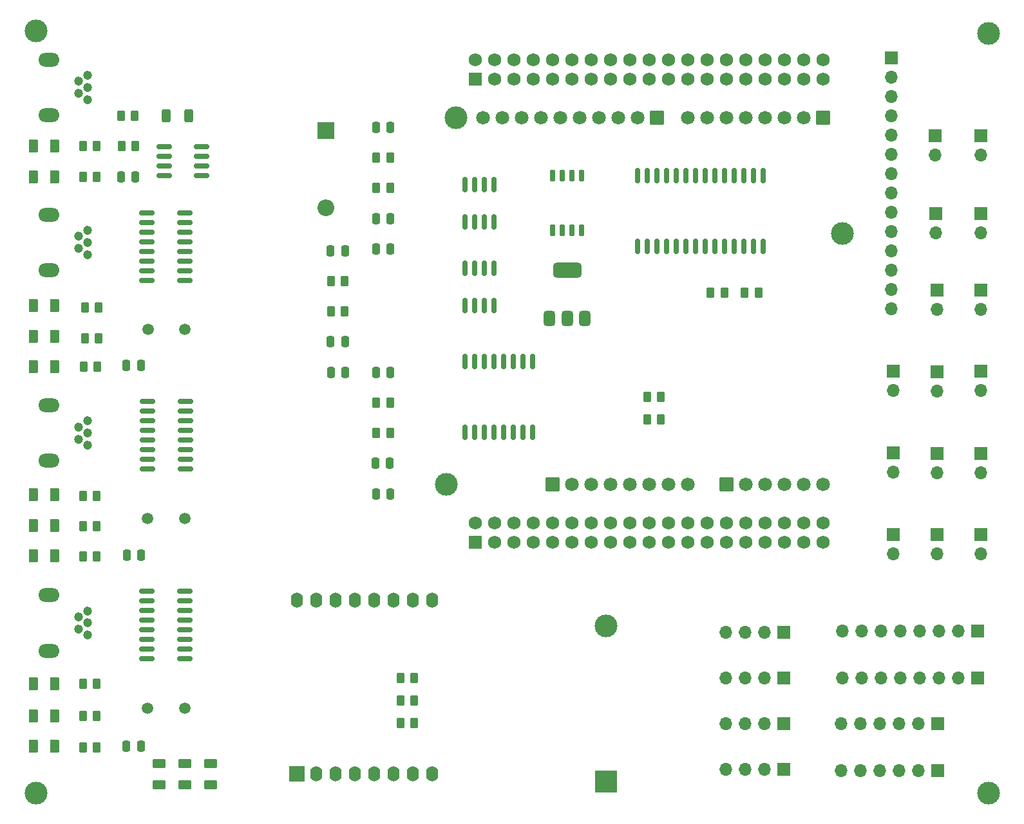
<source format=gbr>
%TF.GenerationSoftware,KiCad,Pcbnew,8.0.8*%
%TF.CreationDate,2025-04-05T02:10:51+02:00*%
%TF.ProjectId,mb02a1,6d623032-6131-42e6-9b69-6361645f7063,rev?*%
%TF.SameCoordinates,Original*%
%TF.FileFunction,Soldermask,Top*%
%TF.FilePolarity,Negative*%
%FSLAX46Y46*%
G04 Gerber Fmt 4.6, Leading zero omitted, Abs format (unit mm)*
G04 Created by KiCad (PCBNEW 8.0.8) date 2025-04-05 02:10:51*
%MOMM*%
%LPD*%
G01*
G04 APERTURE LIST*
G04 Aperture macros list*
%AMRoundRect*
0 Rectangle with rounded corners*
0 $1 Rounding radius*
0 $2 $3 $4 $5 $6 $7 $8 $9 X,Y pos of 4 corners*
0 Add a 4 corners polygon primitive as box body*
4,1,4,$2,$3,$4,$5,$6,$7,$8,$9,$2,$3,0*
0 Add four circle primitives for the rounded corners*
1,1,$1+$1,$2,$3*
1,1,$1+$1,$4,$5*
1,1,$1+$1,$6,$7*
1,1,$1+$1,$8,$9*
0 Add four rect primitives between the rounded corners*
20,1,$1+$1,$2,$3,$4,$5,0*
20,1,$1+$1,$4,$5,$6,$7,0*
20,1,$1+$1,$6,$7,$8,$9,0*
20,1,$1+$1,$8,$9,$2,$3,0*%
G04 Aperture macros list end*
%ADD10C,3.000000*%
%ADD11R,3.000000X3.000000*%
%ADD12RoundRect,0.150000X-0.825000X-0.150000X0.825000X-0.150000X0.825000X0.150000X-0.825000X0.150000X0*%
%ADD13R,1.700000X1.700000*%
%ADD14O,1.700000X1.700000*%
%ADD15R,2.000000X2.000000*%
%ADD16O,1.600000X2.000000*%
%ADD17RoundRect,0.250000X-0.250000X-0.475000X0.250000X-0.475000X0.250000X0.475000X-0.250000X0.475000X0*%
%ADD18O,2.000000X1.000000*%
%ADD19C,1.193800*%
%ADD20O,2.794000X1.803400*%
%ADD21RoundRect,0.250000X-0.262500X-0.450000X0.262500X-0.450000X0.262500X0.450000X-0.262500X0.450000X0*%
%ADD22RoundRect,0.150000X0.150000X-0.875000X0.150000X0.875000X-0.150000X0.875000X-0.150000X-0.875000X0*%
%ADD23RoundRect,0.250000X-0.375000X-0.625000X0.375000X-0.625000X0.375000X0.625000X-0.375000X0.625000X0*%
%ADD24RoundRect,0.250000X0.625000X-0.375000X0.625000X0.375000X-0.625000X0.375000X-0.625000X-0.375000X0*%
%ADD25C,1.500000*%
%ADD26RoundRect,0.250000X-0.312500X-0.625000X0.312500X-0.625000X0.312500X0.625000X-0.312500X0.625000X0*%
%ADD27RoundRect,0.150000X0.150000X-0.825000X0.150000X0.825000X-0.150000X0.825000X-0.150000X-0.825000X0*%
%ADD28RoundRect,0.150000X0.150000X-0.650000X0.150000X0.650000X-0.150000X0.650000X-0.150000X-0.650000X0*%
%ADD29R,2.200000X2.200000*%
%ADD30O,2.200000X2.200000*%
%ADD31RoundRect,0.102000X0.802500X-0.802500X0.802500X0.802500X-0.802500X0.802500X-0.802500X-0.802500X0*%
%ADD32C,1.809000*%
%ADD33RoundRect,0.102000X0.765000X-0.765000X0.765000X0.765000X-0.765000X0.765000X-0.765000X-0.765000X0*%
%ADD34C,1.734000*%
%ADD35RoundRect,0.375000X0.375000X-0.625000X0.375000X0.625000X-0.375000X0.625000X-0.375000X-0.625000X0*%
%ADD36RoundRect,0.500000X1.400000X-0.500000X1.400000X0.500000X-1.400000X0.500000X-1.400000X-0.500000X0*%
G04 APERTURE END LIST*
D10*
%TO.C,*%
X80500000Y-49700000D03*
%TD*%
%TO.C,*%
X80500000Y-150000000D03*
%TD*%
%TO.C,*%
X205750000Y-150000000D03*
%TD*%
%TO.C,*%
X205750000Y-50000000D03*
%TD*%
D11*
%TO.C,B1*%
X155500000Y-148500000D03*
D10*
X155500000Y-128010000D03*
%TD*%
D12*
%TO.C,U4*%
X95125000Y-123425000D03*
X95125000Y-124695000D03*
X95125000Y-125965000D03*
X95125000Y-127235000D03*
X95125000Y-128505000D03*
X95125000Y-129775000D03*
X95125000Y-131045000D03*
X95125000Y-132315000D03*
X100075000Y-132315000D03*
X100075000Y-131045000D03*
X100075000Y-129775000D03*
X100075000Y-128505000D03*
X100075000Y-127235000D03*
X100075000Y-125965000D03*
X100075000Y-124695000D03*
X100075000Y-123425000D03*
%TD*%
D13*
%TO.C,PWR5V.2*%
X199000000Y-94540000D03*
D14*
X199000000Y-97080000D03*
%TD*%
%TO.C,I2C1.2*%
X171230000Y-134870000D03*
X173770000Y-134870000D03*
X176310000Y-134870000D03*
D13*
X178850000Y-134870000D03*
%TD*%
D15*
%TO.C,U10*%
X114840000Y-147500000D03*
D16*
X117380000Y-147500000D03*
X119920000Y-147500000D03*
X122460000Y-147500000D03*
X125000000Y-147500000D03*
X127540000Y-147500000D03*
X130080000Y-147500000D03*
X132620000Y-147500000D03*
X132620000Y-124640000D03*
X130080000Y-124640000D03*
X127540000Y-124640000D03*
X125000000Y-124640000D03*
X122460000Y-124640000D03*
X119920000Y-124640000D03*
X117380000Y-124640000D03*
X114840000Y-124640000D03*
%TD*%
D17*
%TO.C,C11*%
X125200000Y-62370000D03*
X127100000Y-62370000D03*
%TD*%
D18*
%TO.C,J4*%
X82290900Y-123923100D03*
X82290900Y-131273100D03*
D19*
X87290900Y-126023100D03*
X86090900Y-126823099D03*
X87290900Y-127623100D03*
X86090900Y-128423101D03*
X87290900Y-129223099D03*
D20*
X82240900Y-123973099D03*
X82240900Y-131273100D03*
%TD*%
D17*
%TO.C,C12*%
X119237500Y-78620000D03*
X121137500Y-78620000D03*
%TD*%
D13*
%TO.C,SPI2.2*%
X199090000Y-147020000D03*
D14*
X196550000Y-147020000D03*
X194010000Y-147020000D03*
X191470000Y-147020000D03*
X188930000Y-147020000D03*
X186390000Y-147020000D03*
%TD*%
D21*
%TO.C,R5*%
X125237500Y-66370000D03*
X127062500Y-66370000D03*
%TD*%
D22*
%TO.C,U12*%
X159595000Y-78020000D03*
X160865000Y-78020000D03*
X162135000Y-78020000D03*
X163405000Y-78020000D03*
X164675000Y-78020000D03*
X165945000Y-78020000D03*
X167215000Y-78020000D03*
X168485000Y-78020000D03*
X169755000Y-78020000D03*
X171025000Y-78020000D03*
X172295000Y-78020000D03*
X173565000Y-78020000D03*
X174835000Y-78020000D03*
X176105000Y-78020000D03*
X176105000Y-68720000D03*
X174835000Y-68720000D03*
X173565000Y-68720000D03*
X172295000Y-68720000D03*
X171025000Y-68720000D03*
X169755000Y-68720000D03*
X168485000Y-68720000D03*
X167215000Y-68720000D03*
X165945000Y-68720000D03*
X164675000Y-68720000D03*
X163405000Y-68720000D03*
X162135000Y-68720000D03*
X160865000Y-68720000D03*
X159595000Y-68720000D03*
%TD*%
D21*
%TO.C,R20*%
X160842500Y-97845000D03*
X162667500Y-97845000D03*
%TD*%
%TO.C,R2*%
X91687500Y-60870000D03*
X93512500Y-60870000D03*
%TD*%
%TO.C,R10*%
X125237500Y-102620000D03*
X127062500Y-102620000D03*
%TD*%
D17*
%TO.C,C5*%
X92425000Y-93695000D03*
X94325000Y-93695000D03*
%TD*%
%TO.C,C2*%
X125200000Y-78370000D03*
X127100000Y-78370000D03*
%TD*%
D13*
%TO.C,PWR3V3.1*%
X193200000Y-105235000D03*
D14*
X193200000Y-107775000D03*
%TD*%
D13*
%TO.C,PWM.2*%
X199000000Y-116000000D03*
D14*
X199000000Y-118540000D03*
%TD*%
D18*
%TO.C,J1*%
X82290900Y-53423100D03*
X82290900Y-60773100D03*
D19*
X87290900Y-55523100D03*
X86090900Y-56323099D03*
X87290900Y-57123100D03*
X86090900Y-57923101D03*
X87290900Y-58723099D03*
D20*
X82240900Y-53473099D03*
X82240900Y-60773100D03*
%TD*%
D17*
%TO.C,C4*%
X125200000Y-110620000D03*
X127100000Y-110620000D03*
%TD*%
D23*
%TO.C,D1*%
X80200000Y-68870000D03*
X83000000Y-68870000D03*
%TD*%
D21*
%TO.C,R24*%
X128430000Y-134895000D03*
X130255000Y-134895000D03*
%TD*%
D13*
%TO.C,PWR3V3.3*%
X204750000Y-105275000D03*
D14*
X204750000Y-107815000D03*
%TD*%
D24*
%TO.C,D14*%
X100110000Y-148900000D03*
X100110000Y-146100000D03*
%TD*%
D25*
%TO.C,X2*%
X95220000Y-113870000D03*
X100100000Y-113870000D03*
%TD*%
D13*
%TO.C,DISPLAY1*%
X193000000Y-53255000D03*
D14*
X193000000Y-55795000D03*
X193000000Y-58335000D03*
X193000000Y-60875000D03*
X193000000Y-63415000D03*
X193000000Y-65955000D03*
X193000000Y-68495000D03*
X193000000Y-71035000D03*
X193000000Y-73575000D03*
X193000000Y-76115000D03*
X193000000Y-78655000D03*
X193000000Y-81195000D03*
X193000000Y-83735000D03*
X193000000Y-86275000D03*
%TD*%
D12*
%TO.C,U2*%
X95125000Y-73675000D03*
X95125000Y-74945000D03*
X95125000Y-76215000D03*
X95125000Y-77485000D03*
X95125000Y-78755000D03*
X95125000Y-80025000D03*
X95125000Y-81295000D03*
X95125000Y-82565000D03*
X100075000Y-82565000D03*
X100075000Y-81295000D03*
X100075000Y-80025000D03*
X100075000Y-78755000D03*
X100075000Y-77485000D03*
X100075000Y-76215000D03*
X100075000Y-74945000D03*
X100075000Y-73675000D03*
%TD*%
D23*
%TO.C,D7*%
X80200000Y-89870000D03*
X83000000Y-89870000D03*
%TD*%
%TO.C,D9*%
X80200000Y-139870000D03*
X83000000Y-139870000D03*
%TD*%
D17*
%TO.C,C3*%
X119287500Y-94620000D03*
X121187500Y-94620000D03*
%TD*%
D13*
%TO.C,PWR3V3.2*%
X199000000Y-105275000D03*
D14*
X199000000Y-107815000D03*
%TD*%
D13*
%TO.C,DAC.1*%
X198750000Y-63525000D03*
D14*
X198750000Y-66065000D03*
%TD*%
D12*
%TO.C,U3*%
X95195000Y-98425000D03*
X95195000Y-99695000D03*
X95195000Y-100965000D03*
X95195000Y-102235000D03*
X95195000Y-103505000D03*
X95195000Y-104775000D03*
X95195000Y-106045000D03*
X95195000Y-107315000D03*
X100145000Y-107315000D03*
X100145000Y-106045000D03*
X100145000Y-104775000D03*
X100145000Y-103505000D03*
X100145000Y-102235000D03*
X100145000Y-100965000D03*
X100145000Y-99695000D03*
X100145000Y-98425000D03*
%TD*%
D13*
%TO.C,EXTI.2*%
X198850000Y-73750000D03*
D14*
X198850000Y-76290000D03*
%TD*%
D13*
%TO.C,EXIO.2*%
X204330000Y-134870000D03*
D14*
X201790000Y-134870000D03*
X199250000Y-134870000D03*
X196710000Y-134870000D03*
X194170000Y-134870000D03*
X191630000Y-134870000D03*
X189090000Y-134870000D03*
X186550000Y-134870000D03*
%TD*%
D21*
%TO.C,R14*%
X86775000Y-93870000D03*
X88600000Y-93870000D03*
%TD*%
D13*
%TO.C,EXTI.3*%
X204750000Y-73750000D03*
D14*
X204750000Y-76290000D03*
%TD*%
D23*
%TO.C,D3*%
X80200000Y-64870000D03*
X83000000Y-64870000D03*
%TD*%
D18*
%TO.C,J2*%
X82290900Y-73820000D03*
X82290900Y-81170000D03*
D19*
X87290900Y-75920000D03*
X86090900Y-76719999D03*
X87290900Y-77520000D03*
X86090900Y-78320001D03*
X87290900Y-79119999D03*
D20*
X82240900Y-73869999D03*
X82240900Y-81170000D03*
%TD*%
D26*
%TO.C,F1*%
X97637500Y-60870000D03*
X100562500Y-60870000D03*
%TD*%
D12*
%TO.C,U1*%
X97375000Y-64965000D03*
X97375000Y-66235000D03*
X97375000Y-67505000D03*
X97375000Y-68775000D03*
X102325000Y-68775000D03*
X102325000Y-67505000D03*
X102325000Y-66235000D03*
X102325000Y-64965000D03*
%TD*%
D21*
%TO.C,R1*%
X86687500Y-68870000D03*
X88512500Y-68870000D03*
%TD*%
%TO.C,R19*%
X86687500Y-135620000D03*
X88512500Y-135620000D03*
%TD*%
D17*
%TO.C,C9*%
X119237500Y-90620000D03*
X121137500Y-90620000D03*
%TD*%
D13*
%TO.C,PWR5V.1*%
X193200000Y-94500000D03*
D14*
X193200000Y-97040000D03*
%TD*%
D13*
%TO.C,EXIO.1*%
X204330000Y-128720000D03*
D14*
X201790000Y-128720000D03*
X199250000Y-128720000D03*
X196710000Y-128720000D03*
X194170000Y-128720000D03*
X191630000Y-128720000D03*
X189090000Y-128720000D03*
X186550000Y-128720000D03*
%TD*%
D13*
%TO.C,I2C1.4*%
X178850000Y-146870000D03*
D14*
X176310000Y-146870000D03*
X173770000Y-146870000D03*
X171230000Y-146870000D03*
%TD*%
D13*
%TO.C,EXTI.1*%
X204750000Y-63525000D03*
D14*
X204750000Y-66065000D03*
%TD*%
D17*
%TO.C,C8*%
X125200000Y-74370000D03*
X127100000Y-74370000D03*
%TD*%
D13*
%TO.C,PWM.3*%
X204750000Y-116025000D03*
D14*
X204750000Y-118565000D03*
%TD*%
D17*
%TO.C,C6*%
X92470000Y-118723100D03*
X94370000Y-118723100D03*
%TD*%
D21*
%TO.C,R21*%
X160842500Y-100795000D03*
X162667500Y-100795000D03*
%TD*%
D17*
%TO.C,C1*%
X91700000Y-68870000D03*
X93600000Y-68870000D03*
%TD*%
D23*
%TO.C,D4*%
X80200000Y-85870000D03*
X83000000Y-85870000D03*
%TD*%
D21*
%TO.C,R22*%
X169187500Y-84120000D03*
X171012500Y-84120000D03*
%TD*%
D27*
%TO.C,U7*%
X136945000Y-74845000D03*
X138215000Y-74845000D03*
X139485000Y-74845000D03*
X140755000Y-74845000D03*
X140755000Y-69895000D03*
X139485000Y-69895000D03*
X138215000Y-69895000D03*
X136945000Y-69895000D03*
%TD*%
D23*
%TO.C,D11*%
X80200000Y-118766900D03*
X83000000Y-118766900D03*
%TD*%
D21*
%TO.C,R26*%
X128430000Y-140795000D03*
X130255000Y-140795000D03*
%TD*%
D28*
%TO.C,U6*%
X148445000Y-75970000D03*
X149715000Y-75970000D03*
X150985000Y-75970000D03*
X152255000Y-75970000D03*
X152255000Y-68770000D03*
X150985000Y-68770000D03*
X149715000Y-68770000D03*
X148445000Y-68770000D03*
%TD*%
D21*
%TO.C,R11*%
X86937500Y-90120000D03*
X88762500Y-90120000D03*
%TD*%
%TO.C,R15*%
X86687500Y-118870000D03*
X88512500Y-118870000D03*
%TD*%
%TO.C,R3*%
X91775000Y-64870000D03*
X93600000Y-64870000D03*
%TD*%
D29*
%TO.C,D2*%
X118600000Y-62790000D03*
D30*
X118600000Y-72950000D03*
%TD*%
D25*
%TO.C,X1*%
X95245000Y-88945000D03*
X100125000Y-88945000D03*
%TD*%
D13*
%TO.C,I2C1.1*%
X178850000Y-128870000D03*
D14*
X176310000Y-128870000D03*
X173770000Y-128870000D03*
X171230000Y-128870000D03*
%TD*%
D23*
%TO.C,D5*%
X80200000Y-110766900D03*
X83000000Y-110766900D03*
%TD*%
D25*
%TO.C,X3*%
X95175000Y-138870000D03*
X100055000Y-138870000D03*
%TD*%
D13*
%TO.C,ADC.1*%
X199000000Y-83775000D03*
D14*
X199000000Y-86315000D03*
%TD*%
D13*
%TO.C,ADC.2*%
X204750000Y-83775000D03*
D14*
X204750000Y-86315000D03*
%TD*%
D21*
%TO.C,R23*%
X173687500Y-84120000D03*
X175512500Y-84120000D03*
%TD*%
D23*
%TO.C,D8*%
X80200000Y-114766900D03*
X83000000Y-114766900D03*
%TD*%
%TO.C,D12*%
X80200000Y-143870000D03*
X83000000Y-143870000D03*
%TD*%
D21*
%TO.C,R8*%
X119275000Y-86620000D03*
X121100000Y-86620000D03*
%TD*%
D13*
%TO.C,PWM.1*%
X193250000Y-116000000D03*
D14*
X193250000Y-118540000D03*
%TD*%
D23*
%TO.C,D10*%
X80200000Y-93870000D03*
X83000000Y-93870000D03*
%TD*%
D27*
%TO.C,U8*%
X136945000Y-85845000D03*
X138215000Y-85845000D03*
X139485000Y-85845000D03*
X140755000Y-85845000D03*
X140755000Y-80895000D03*
X139485000Y-80895000D03*
X138215000Y-80895000D03*
X136945000Y-80895000D03*
%TD*%
D21*
%TO.C,R4*%
X86687500Y-64870000D03*
X88512500Y-64870000D03*
%TD*%
D10*
%TO.C,U9*%
X134440000Y-109380000D03*
X186510000Y-76360000D03*
X135710000Y-61120000D03*
D31*
X162130000Y-61120000D03*
D32*
X159590000Y-61120000D03*
X157050000Y-61120000D03*
X154510000Y-61120000D03*
X151970000Y-61120000D03*
X149430000Y-61120000D03*
X146890000Y-61120000D03*
X144350000Y-61120000D03*
X141810000Y-61120000D03*
X139270000Y-61120000D03*
D31*
X148410000Y-109380000D03*
D32*
X150950000Y-109380000D03*
X153490000Y-109380000D03*
X156030000Y-109380000D03*
X158570000Y-109380000D03*
X161110000Y-109380000D03*
X163650000Y-109380000D03*
X166190000Y-109380000D03*
D33*
X138250000Y-117000000D03*
D34*
X138250000Y-114460000D03*
X140790000Y-117000000D03*
X140790000Y-114460000D03*
X143330000Y-117000000D03*
X143330000Y-114460000D03*
X145870000Y-117000000D03*
X145870000Y-114460000D03*
X148410000Y-117000000D03*
X148410000Y-114460000D03*
X150950000Y-117000000D03*
X150950000Y-114460000D03*
X153490000Y-117000000D03*
X153490000Y-114460000D03*
X156030000Y-117000000D03*
X156030000Y-114460000D03*
X158570000Y-117000000D03*
X158570000Y-114460000D03*
X161110000Y-117000000D03*
X161110000Y-114460000D03*
X163650000Y-117000000D03*
X163650000Y-114460000D03*
X166190000Y-117000000D03*
X166190000Y-114460000D03*
X168730000Y-117000000D03*
X168730000Y-114460000D03*
X171270000Y-117000000D03*
X171270000Y-114460000D03*
X173810000Y-117000000D03*
X173810000Y-114460000D03*
X176350000Y-117000000D03*
X176350000Y-114460000D03*
X178890000Y-117000000D03*
X178890000Y-114460000D03*
X181430000Y-117000000D03*
X181430000Y-114460000D03*
X183970000Y-117000000D03*
X183970000Y-114460000D03*
D31*
X171270000Y-109380000D03*
D32*
X173810000Y-109380000D03*
X176350000Y-109380000D03*
X178890000Y-109380000D03*
X181430000Y-109380000D03*
X183970000Y-109380000D03*
D31*
X183970000Y-61120000D03*
D32*
X181430000Y-61120000D03*
X178890000Y-61120000D03*
X176350000Y-61120000D03*
X173810000Y-61120000D03*
X171270000Y-61120000D03*
X168730000Y-61120000D03*
X166190000Y-61120000D03*
D33*
X138250000Y-56040000D03*
D34*
X138250000Y-53500000D03*
X140790000Y-56040000D03*
X140790000Y-53500000D03*
X143330000Y-56040000D03*
X143330000Y-53500000D03*
X145870000Y-56040000D03*
X145870000Y-53500000D03*
X148410000Y-56040000D03*
X148410000Y-53500000D03*
X150950000Y-56040000D03*
X150950000Y-53500000D03*
X153490000Y-56040000D03*
X153490000Y-53500000D03*
X156030000Y-56040000D03*
X156030000Y-53500000D03*
X158570000Y-56040000D03*
X158570000Y-53500000D03*
X161110000Y-56040000D03*
X161110000Y-53500000D03*
X163650000Y-56040000D03*
X163650000Y-53500000D03*
X166190000Y-56040000D03*
X166190000Y-53500000D03*
X168730000Y-56040000D03*
X168730000Y-53500000D03*
X171270000Y-56040000D03*
X171270000Y-53500000D03*
X173810000Y-56040000D03*
X173810000Y-53500000D03*
X176350000Y-56040000D03*
X176350000Y-53500000D03*
X178890000Y-56040000D03*
X178890000Y-53500000D03*
X181430000Y-56040000D03*
X181430000Y-53500000D03*
X183970000Y-56040000D03*
X183970000Y-53500000D03*
%TD*%
D21*
%TO.C,R18*%
X86687500Y-110870000D03*
X88512500Y-110870000D03*
%TD*%
%TO.C,R6*%
X125237500Y-70370000D03*
X127062500Y-70370000D03*
%TD*%
%TO.C,R16*%
X86687500Y-144020000D03*
X88512500Y-144020000D03*
%TD*%
%TO.C,R17*%
X86937500Y-86120000D03*
X88762500Y-86120000D03*
%TD*%
D17*
%TO.C,C7*%
X92425000Y-143870000D03*
X94325000Y-143870000D03*
%TD*%
D21*
%TO.C,R9*%
X125237500Y-98620000D03*
X127062500Y-98620000D03*
%TD*%
D13*
%TO.C,PWR5V.3*%
X204750000Y-94500000D03*
D14*
X204750000Y-97040000D03*
%TD*%
D23*
%TO.C,D6*%
X80200000Y-135620000D03*
X83000000Y-135620000D03*
%TD*%
D21*
%TO.C,R7*%
X119275000Y-82620000D03*
X121100000Y-82620000D03*
%TD*%
D13*
%TO.C,SPI2.1*%
X199050000Y-140870000D03*
D14*
X196510000Y-140870000D03*
X193970000Y-140870000D03*
X191430000Y-140870000D03*
X188890000Y-140870000D03*
X186350000Y-140870000D03*
%TD*%
D21*
%TO.C,R25*%
X128430000Y-137845000D03*
X130255000Y-137845000D03*
%TD*%
D18*
%TO.C,J3*%
X82290900Y-98923100D03*
X82290900Y-106273100D03*
D19*
X87290900Y-101023100D03*
X86090900Y-101823099D03*
X87290900Y-102623100D03*
X86090900Y-103423101D03*
X87290900Y-104223099D03*
D20*
X82240900Y-98973099D03*
X82240900Y-106273100D03*
%TD*%
D21*
%TO.C,R12*%
X86687500Y-114870000D03*
X88512500Y-114870000D03*
%TD*%
D24*
%TO.C,D15*%
X103500000Y-146100000D03*
X103500000Y-148900000D03*
%TD*%
D17*
%TO.C,C10*%
X125150000Y-106620000D03*
X127050000Y-106620000D03*
%TD*%
%TO.C,C13*%
X125200000Y-94620000D03*
X127100000Y-94620000D03*
%TD*%
D13*
%TO.C,I2C1.3*%
X178850000Y-140870000D03*
D14*
X176310000Y-140870000D03*
X173770000Y-140870000D03*
X171230000Y-140870000D03*
%TD*%
D21*
%TO.C,R13*%
X86687500Y-139870000D03*
X88512500Y-139870000D03*
%TD*%
D24*
%TO.C,D13*%
X96720000Y-148900000D03*
X96720000Y-146100000D03*
%TD*%
D22*
%TO.C,U11*%
X136905000Y-102520000D03*
X138175000Y-102520000D03*
X139445000Y-102520000D03*
X140715000Y-102520000D03*
X141985000Y-102520000D03*
X143255000Y-102520000D03*
X144525000Y-102520000D03*
X145795000Y-102520000D03*
X145795000Y-93220000D03*
X144525000Y-93220000D03*
X143255000Y-93220000D03*
X141985000Y-93220000D03*
X140715000Y-93220000D03*
X139445000Y-93220000D03*
X138175000Y-93220000D03*
X136905000Y-93220000D03*
%TD*%
D35*
%TO.C,U5*%
X148050000Y-87520000D03*
X150350000Y-87520000D03*
D36*
X150350000Y-81220000D03*
D35*
X152650000Y-87520000D03*
%TD*%
M02*

</source>
